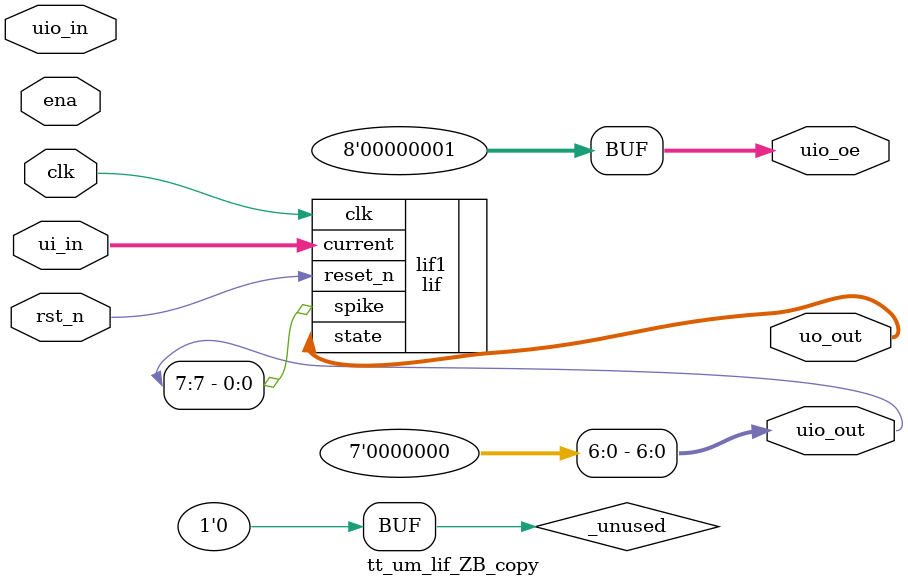
<source format=v>
/*
 * Copyright (c) 2024 Your Name
 * SPDX-License-Identifier: Apache-2.0
 */

`default_nettype none

module tt_um_lif_ZB_copy (
    input  wire [7:0] ui_in,    // Dedicated inputs
    output wire [7:0] uo_out,   // Dedicated outputs
    input  wire [7:0] uio_in,   // IOs: Input path
    output wire [7:0] uio_out,  // IOs: Output path
    output wire [7:0] uio_oe,   // IOs: Enable path (active high: 0=input, 1=output)
    input  wire       ena,      // always 1 when the design is powered, so you can ignore it
    input  wire       clk,      // clock
    input  wire       rst_n     // reset_n - low to reset
);

  // All output pins must be assigned. If not used, assign to 0.
  // assign uo_out  = ui_in + uio_in;  // Example: ou_out is the sum of ui_in and uio_in
  assign uio_out [6:0] = 0;
  assign uio_oe  = 1;

  // List all unused inputs to prevent warnings
  wire _unused = &{ena, clk, rst_n, 1'b0};
  // wire _unused = &{ena, uio_out, uio_oe, 1'b0};

  //instantiate LIF neuron
  lif lif1 (.current(ui_in),.clk (clk), .reset_n(rst_n) , .state(uo_out), .spike(uio_out[7]));
  // lif lif2 (.current({uio_out[7], 7'b00000000}),.clk (clk), .reset_n(rst_n) , .state(uo_out), .spike(uio_out[7])); // need new state and spike reg

  //instantiate Linear HH neuron
  // LinearHodgkinHuxleyModel HH1 (.clock(clk), .reset(rst_n), .current_in(ui_in), .dt(uio_in), .data_out(uo_out));

endmodule

</source>
